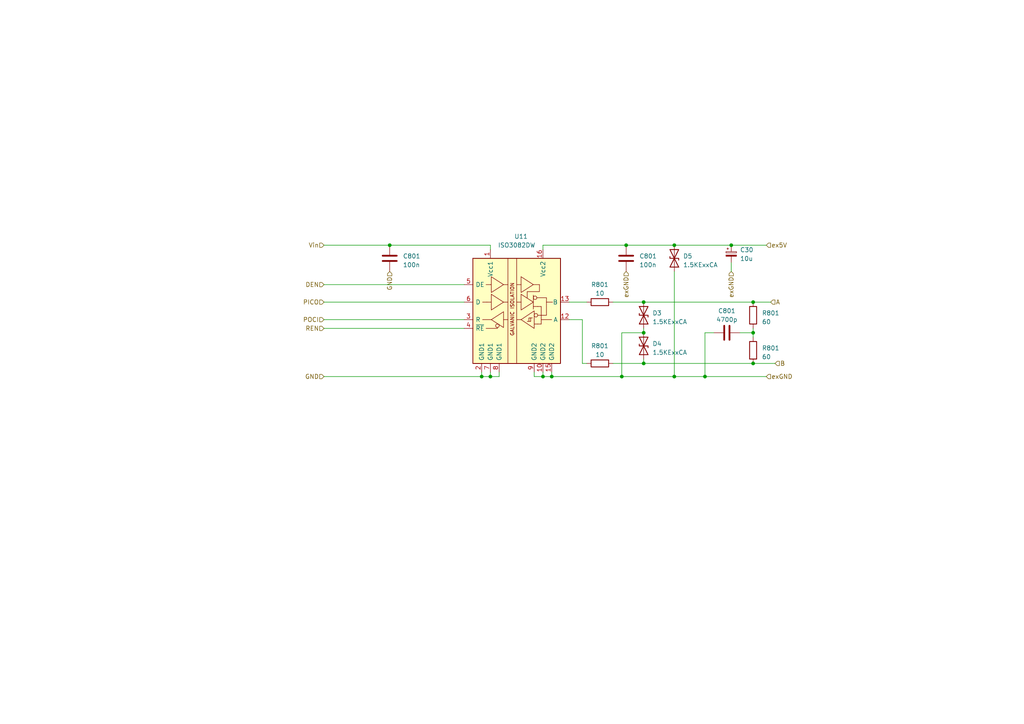
<source format=kicad_sch>
(kicad_sch (version 20230121) (generator eeschema)
  (paper "A4")
  (lib_symbols
    (symbol "Device:C" (pin_numbers hide) (pin_names (offset 0.254))
      (property "Reference" "C" (at 0.635 2.54 0))
      (property "Value" "C" (at 0.635 -2.54 0))
      (symbol "C_0_1"
        (polyline (pts (xy -2.032 -0.762) (xy 2.032 -0.762)) (stroke (width 0.508)))
        (polyline (pts (xy -2.032 0.762) (xy 2.032 0.762)) (stroke (width 0.508)))
      )
      (symbol "C_1_1"
        (pin passive line (at 0 3.81 270) (length 2.794) (name "~") (number "1"))
        (pin passive line (at 0 -3.81 90) (length 2.794) (name "~") (number "2"))
      )
    )
    (symbol "Device:C_Polarized_Small" (pin_numbers hide) (pin_names (offset 0.254) hide)
      (property "Reference" "C" (at 0.254 1.778 0))
      (property "Value" "C_Polarized_Small" (at 0.254 -2.032 0))
      (symbol "C_Polarized_Small_0_1"
        (rectangle (start -1.524 -0.3048) (end 1.524 -0.6858) (fill (type outline)))
        (rectangle (start -1.524 0.6858) (end 1.524 0.3048))
        (polyline (pts (xy -1.27 1.524) (xy -0.762 1.524)))
        (polyline (pts (xy -1.016 1.27) (xy -1.016 1.778)))
      )
      (symbol "C_Polarized_Small_1_1"
        (pin passive line (at 0 2.54 270) (length 1.8542) (name "~") (number "1"))
        (pin passive line (at 0 -2.54 90) (length 1.8542) (name "~") (number "2"))
      )
    )
    (symbol "Device:R" (pin_numbers hide) (pin_names (offset 0))
      (property "Reference" "R" (at 2.032 0 90))
      (property "Value" "R" (at 0 0 90))
      (symbol "R_0_1"
        (rectangle (start -1.016 -2.54) (end 1.016 2.54) (stroke (width 0.254)))
      )
      (symbol "R_1_1"
        (pin passive line (at 0 3.81 270) (length 1.27) (name "~") (number "1"))
        (pin passive line (at 0 -3.81 90) (length 1.27) (name "~") (number "2"))
      )
    )
    (symbol "Diode:1.5KExxCA" (pin_numbers hide) (pin_names (offset 1.016) hide)
      (property "Reference" "D" (at 0 2.54 0))
      (property "Value" "1.5KExxCA" (at 0 -2.54 0))
      (symbol "1.5KExxCA_0_1"
        (polyline (pts (xy 1.27 0) (xy -1.27 0)))
        (polyline (pts (xy -2.54 -1.27) (xy 0 0) (xy -2.54 1.27) (xy -2.54 -1.27)) (stroke (width 0.254)))
        (polyline (pts (xy 0.508 1.27) (xy 0 1.27) (xy 0 -1.27) (xy -0.508 -1.27)) (stroke (width 0.254)))
        (polyline (pts (xy 2.54 1.27) (xy 2.54 -1.27) (xy 0 0) (xy 2.54 1.27)) (stroke (width 0.254)))
      )
      (symbol "1.5KExxCA_1_1"
        (pin passive line (at -3.81 0 0) (length 2.54) (name "A1") (number "1"))
        (pin passive line (at 3.81 0 180) (length 2.54) (name "A2") (number "2"))
      )
    )
    (symbol "Interface_UART:ISO3082DW" (pin_names (offset 0.762))
      (property "Reference" "U" (at 0 19.05 0))
      (property "Value" "ISO3082DW" (at 0 16.51 0))
      (symbol "ISO3082DW_0_0"
        (rectangle (start -12.7 15.24) (end 12.7 -15.24) (stroke (width 0.254)) (fill (type background)))
        (polyline (pts (xy -8.636 2.54) (xy -9.906 2.54)))
        (polyline (pts (xy -7.62 7.62) (xy -8.89 7.62)))
        (polyline (pts (xy -7.366 7.62) (xy -7.62 7.62)))
        (polyline (pts (xy -2.54 15.24) (xy -2.54 -15.24)))
        (polyline (pts (xy 0 15.24) (xy 0 -15.24)))
        (polyline (pts (xy -7.366 4.826) (xy -7.366 0.254) (xy -3.81 2.54) (xy -7.366 4.826)))
        (polyline (pts (xy -7.366 9.906) (xy -7.366 5.334) (xy -3.81 7.62) (xy -7.366 9.906)))
        (polyline (pts (xy -3.81 -0.254) (xy -3.81 -4.826) (xy -7.366 -2.54) (xy -3.81 -0.254)))
        (polyline (pts (xy 1.27 9.906) (xy 1.27 5.334) (xy 4.826 7.62) (xy 1.27 9.906)))
        (text "GALVANIC ISOLATION" (at -1.27 0.508 900) (effects (font (size 1.016 1.016))))
      )
      (symbol "ISO3082DW_0_1"
        (circle (center -5.588 -4.318) (radius 0.508))
        (polyline (pts (xy -7.366 -2.54) (xy -9.906 -2.54)))
        (polyline (pts (xy -7.366 2.54) (xy -8.636 2.54)))
        (polyline (pts (xy -3.81 -2.54) (xy -2.54 -2.54)))
        (polyline (pts (xy -3.81 2.54) (xy -2.54 2.54)))
        (polyline (pts (xy -3.81 7.62) (xy -2.54 7.62)))
        (polyline (pts (xy 0 -2.54) (xy 1.27 -2.54)))
        (polyline (pts (xy 0 2.54) (xy 1.27 2.54)))
        (polyline (pts (xy 0 7.62) (xy 1.27 7.62)))
        (polyline (pts (xy 3.556 -2.286) (xy 3.556 -3.048)))
        (polyline (pts (xy 4.064 -3.048) (xy 3.048 -3.048)))
        (polyline (pts (xy 4.064 -2.286) (xy 4.064 -3.048)))
        (polyline (pts (xy 4.064 -2.286) (xy 4.064 -2.032)))
        (polyline (pts (xy 4.826 1.27) (xy 6.096 1.27)))
        (polyline (pts (xy 4.826 4.572) (xy 4.826 0.508)))
        (polyline (pts (xy 4.826 7.62) (xy 6.604 7.62)))
        (polyline (pts (xy 5.08 -3.81) (xy 6.096 -3.81)))
        (polyline (pts (xy 5.842 3.81) (xy 8.636 3.81)))
        (polyline (pts (xy 6.096 -1.27) (xy 8.636 -1.27)))
        (polyline (pts (xy 6.096 1.27) (xy 7.112 1.27)))
        (polyline (pts (xy 7.112 -3.81) (xy 6.096 -3.81)))
        (polyline (pts (xy 7.112 1.27) (xy 7.112 -3.81)))
        (polyline (pts (xy 8.636 -1.27) (xy 8.636 3.81)))
        (polyline (pts (xy 8.636 2.54) (xy 10.414 2.54)))
        (polyline (pts (xy -8.89 -5.08) (xy -5.588 -5.08) (xy -5.588 -4.826)))
        (polyline (pts (xy 3.556 -2.286) (xy 3.556 -2.032) (xy 4.572 -2.032)))
        (polyline (pts (xy 10.16 -2.54) (xy 8.89 -2.54) (xy 7.112 -2.54)))
        (polyline (pts (xy 1.27 -2.54) (xy 5.08 0) (xy 5.08 -5.08) (xy 1.27 -2.54)))
        (polyline (pts (xy 6.604 7.62) (xy 6.604 5.588) (xy 3.048 5.588) (xy 3.048 3.81)))
        (circle (center 5.334 3.81) (radius 0.508))
        (circle (center 5.588 -1.27) (radius 0.508))
      )
      (symbol "ISO3082DW_1_0"
        (polyline (pts (xy 1.27 4.826) (xy 1.27 0.254) (xy 4.826 2.54) (xy 1.27 4.826)))
      )
      (symbol "ISO3082DW_1_1"
        (pin power_in line (at -7.62 17.78 270) (length 2.54) (name "Vcc1") (number "1"))
        (pin power_in line (at 7.62 -17.78 90) (length 2.54) (name "GND2") (number "10"))
        (pin no_connect line (at 12.7 10.16 180) (length 2.54) hide (name "NC") (number "11"))
        (pin bidirectional line (at 15.24 -2.54 180) (length 2.54) (name "A") (number "12"))
        (pin bidirectional line (at 15.24 2.54 180) (length 2.54) (name "B") (number "13"))
        (pin no_connect line (at 12.7 7.62 180) (length 2.54) hide (name "NC") (number "14"))
        (pin power_in line (at 10.16 -17.78 90) (length 2.54) (name "GND2") (number "15"))
        (pin power_in line (at 7.62 17.78 270) (length 2.54) (name "Vcc2") (number "16"))
        (pin power_in line (at -10.16 -17.78 90) (length 2.54) (name "GND1") (number "2"))
        (pin output line (at -15.24 -2.54 0) (length 2.54) (name "R") (number "3"))
        (pin input line (at -15.24 -5.08 0) (length 2.54) (name "~{RE}") (number "4"))
        (pin input line (at -15.24 7.62 0) (length 2.54) (name "DE") (number "5"))
        (pin input line (at -15.24 2.54 0) (length 2.54) (name "D") (number "6"))
        (pin power_in line (at -7.62 -17.78 90) (length 2.54) (name "GND1") (number "7"))
        (pin power_in line (at -5.08 -17.78 90) (length 2.54) (name "GND1") (number "8"))
        (pin power_in line (at 5.08 -17.78 90) (length 2.54) (name "GND2") (number "9"))
      )
    )
  )
  (junction (at 181.61 71.12))
  (junction (at 157.48 109.22))
  (junction (at 218.44 105.41))
  (junction (at 142.24 109.22))
  (junction (at 212.09 71.12))
  (junction (at 160.02 109.22))
  (junction (at 113.03 71.12))
  (junction (at 195.58 71.12))
  (junction (at 218.44 96.52))
  (junction (at 218.44 87.63))
  (junction (at 195.58 109.22))
  (junction (at 204.47 109.22))
  (junction (at 180.34 109.22))
  (junction (at 186.69 87.63))
  (junction (at 186.69 96.52))
  (junction (at 186.69 105.41))
  (junction (at 139.7 109.22))
  (wire (pts (xy 93.98 92.71) (xy 134.62 92.71)))
  (wire (pts (xy 186.69 104.14) (xy 186.69 105.41)))
  (wire (pts (xy 93.98 87.63) (xy 134.62 87.63)))
  (wire (pts (xy 212.09 71.12) (xy 222.25 71.12)))
  (wire (pts (xy 157.48 71.12) (xy 181.61 71.12)))
  (wire (pts (xy 204.47 109.22) (xy 222.25 109.22)))
  (wire (pts (xy 168.91 105.41) (xy 170.18 105.41)))
  (wire (pts (xy 180.34 109.22) (xy 195.58 109.22)))
  (wire (pts (xy 93.98 95.25) (xy 134.62 95.25)))
  (wire (pts (xy 195.58 71.12) (xy 212.09 71.12)))
  (wire (pts (xy 204.47 96.52) (xy 204.47 109.22)))
  (wire (pts (xy 139.7 109.22) (xy 139.7 107.95)))
  (wire (pts (xy 223.52 87.63) (xy 218.44 87.63)))
  (wire (pts (xy 168.91 105.41) (xy 168.91 92.71)))
  (wire (pts (xy 186.69 105.41) (xy 218.44 105.41)))
  (wire (pts (xy 218.44 96.52) (xy 218.44 97.79)))
  (wire (pts (xy 154.94 109.22) (xy 157.48 109.22)))
  (wire (pts (xy 181.61 71.12) (xy 195.58 71.12)))
  (wire (pts (xy 218.44 105.41) (xy 224.79 105.41)))
  (wire (pts (xy 157.48 107.95) (xy 157.48 109.22)))
  (wire (pts (xy 93.98 82.55) (xy 134.62 82.55)))
  (wire (pts (xy 177.8 105.41) (xy 186.69 105.41)))
  (wire (pts (xy 160.02 109.22) (xy 180.34 109.22)))
  (wire (pts (xy 168.91 92.71) (xy 165.1 92.71)))
  (wire (pts (xy 144.78 107.95) (xy 144.78 109.22)))
  (wire (pts (xy 218.44 87.63) (xy 186.69 87.63)))
  (wire (pts (xy 186.69 87.63) (xy 177.8 87.63)))
  (wire (pts (xy 207.01 96.52) (xy 204.47 96.52)))
  (wire (pts (xy 157.48 109.22) (xy 160.02 109.22)))
  (wire (pts (xy 195.58 109.22) (xy 204.47 109.22)))
  (wire (pts (xy 214.63 96.52) (xy 218.44 96.52)))
  (wire (pts (xy 142.24 109.22) (xy 144.78 109.22)))
  (wire (pts (xy 218.44 95.25) (xy 218.44 96.52)))
  (wire (pts (xy 212.09 76.2) (xy 212.09 78.74)))
  (wire (pts (xy 180.34 96.52) (xy 186.69 96.52)))
  (wire (pts (xy 113.03 71.12) (xy 142.24 71.12)))
  (wire (pts (xy 170.18 87.63) (xy 165.1 87.63)))
  (wire (pts (xy 186.69 95.25) (xy 186.69 96.52)))
  (wire (pts (xy 154.94 107.95) (xy 154.94 109.22)))
  (wire (pts (xy 93.98 109.22) (xy 139.7 109.22)))
  (wire (pts (xy 180.34 109.22) (xy 180.34 96.52)))
  (wire (pts (xy 195.58 78.74) (xy 195.58 109.22)))
  (wire (pts (xy 160.02 109.22) (xy 160.02 107.95)))
  (wire (pts (xy 157.48 71.12) (xy 157.48 72.39)))
  (wire (pts (xy 142.24 72.39) (xy 142.24 71.12)))
  (wire (pts (xy 139.7 109.22) (xy 142.24 109.22)))
  (wire (pts (xy 93.98 71.12) (xy 113.03 71.12)))
  (wire (pts (xy 142.24 107.95) (xy 142.24 109.22)))
  (hierarchical_label "exGND" (shape input) (at 181.61 78.74 270))
  (hierarchical_label "PICO" (shape input) (at 93.98 87.63 180))
  (hierarchical_label "DEN" (shape input) (at 93.98 82.55 180))
  (hierarchical_label "POCI" (shape input) (at 93.98 92.71 180))
  (hierarchical_label "REN" (shape input) (at 93.98 95.25 180))
  (hierarchical_label "A" (shape input) (at 223.52 87.63 0))
  (hierarchical_label "exGND" (shape input) (at 222.25 109.22 0))
  (hierarchical_label "GND" (shape input) (at 93.98 109.22 180))
  (hierarchical_label "B" (shape input) (at 224.79 105.41 0))
  (hierarchical_label "exGND" (shape input) (at 212.09 78.74 270))
  (hierarchical_label "GND" (shape input) (at 113.03 78.74 270))
  (hierarchical_label "ex5V" (shape input) (at 222.25 71.12 0))
  (hierarchical_label "Vin" (shape input) (at 93.98 71.12 180))
  (symbol (lib_id "Device:R") (at 218.44 101.6 0) (unit 1)
    (property "Reference" "R801" (at 220.98 100.965 0) (effects (justify left)))
    (property "Value" "60" (at 220.98 103.505 0) (effects (justify left)))
    (property "Footprint" "Resistor_SMD:R_0603_1608Metric_Pad0.98x0.95mm_HandSolder" (effects hide))
    (instances (project "level shifter" (path "" (reference "R801") (unit 1))) (project "main" (path "" (reference "R801") (unit 1)) (path "" (reference "R138") (unit 1))) (project "hw_voltmod" (path "" (reference "R7") (unit 1)) (path "" (reference "R57") (unit 1))))
  )
  (symbol (lib_id "Device:R") (at 218.44 91.44 0) (unit 1)
    (property "Reference" "R801" (at 220.98 90.805 0) (effects (justify left)))
    (property "Value" "60" (at 220.98 93.345 0) (effects (justify left)))
    (property "Footprint" "Resistor_SMD:R_0603_1608Metric_Pad0.98x0.95mm_HandSolder" (effects hide))
    (instances (project "level shifter" (path "" (reference "R801") (unit 1))) (project "main" (path "" (reference "R801") (unit 1)) (path "" (reference "R138") (unit 1))) (project "hw_voltmod" (path "" (reference "R7") (unit 1)) (path "" (reference "R56") (unit 1))))
  )
  (symbol (lib_id "Device:C") (at 210.82 96.52 270) (unit 1)
    (property "Reference" "C801" (at 210.82 90.17 90))
    (property "Value" "4700p" (at 210.82 92.71 90))
    (property "Footprint" "Capacitor_SMD:C_0603_1608Metric_Pad1.08x0.95mm_HandSolder" (effects hide))
    (instances (project "level shifter" (path "" (reference "C801") (unit 1))) (project "main" (path "" (reference "C801") (unit 1)) (path "" (reference "C105") (unit 1))) (project "hw_voltmod" (path "" (reference "C8") (unit 1)) (path "" (reference "C28") (unit 1))))
  )
  (symbol (lib_id "Device:C") (at 181.61 74.93 180) (unit 1)
    (property "Reference" "C801" (at 185.42 74.295 0) (effects (justify right)))
    (property "Value" "100n" (at 185.42 76.835 0) (effects (justify right)))
    (property "Footprint" "Capacitor_SMD:C_0603_1608Metric_Pad1.08x0.95mm_HandSolder" (effects hide))
    (instances (project "level shifter" (path "" (reference "C801") (unit 1))) (project "main" (path "" (reference "C801") (unit 1)) (path "" (reference "C105") (unit 1))) (project "hw_voltmod" (path "" (reference "C8") (unit 1)) (path "" (reference "C27") (unit 1))))
  )
  (symbol (lib_id "Device:C") (at 113.03 74.93 180) (unit 1)
    (property "Reference" "C801" (at 116.84 74.295 0) (effects (justify right)))
    (property "Value" "100n" (at 116.84 76.835 0) (effects (justify right)))
    (property "Footprint" "Capacitor_SMD:C_0603_1608Metric_Pad1.08x0.95mm_HandSolder" (effects hide))
    (instances (project "level shifter" (path "" (reference "C801") (unit 1))) (project "main" (path "" (reference "C801") (unit 1)) (path "" (reference "C105") (unit 1))) (project "hw_voltmod" (path "" (reference "C8") (unit 1)) (path "" (reference "C26") (unit 1))))
  )
  (symbol (lib_id "Diode:1.5KExxCA") (at 186.69 100.33 90) (unit 1)
    (property "Reference" "D4" (at 189.23 99.695 90) (effects (justify right)))
    (property "Value" "1.5KExxCA" (at 189.23 102.235 90) (effects (justify right)))
    (property "Footprint" "Diode_THT:D_DO-201AE_P15.24mm_Horizontal" (effects hide))
    (property "Datasheet" "https://www.vishay.com/docs/88301/15ke.pdf" (effects hide))
  )
  (symbol (lib_id "Device:R") (at 173.99 87.63 90) (unit 1)
    (property "Reference" "R801" (at 173.99 82.55 90))
    (property "Value" "10" (at 173.99 85.09 90))
    (property "Footprint" "Resistor_SMD:R_0603_1608Metric_Pad0.98x0.95mm_HandSolder" (effects hide))
    (instances (project "level shifter" (path "" (reference "R801") (unit 1))) (project "main" (path "" (reference "R801") (unit 1)) (path "" (reference "R138") (unit 1))) (project "hw_voltmod" (path "" (reference "R7") (unit 1)) (path "" (reference "R59") (unit 1))))
  )
  (symbol (lib_id "Diode:1.5KExxCA") (at 186.69 91.44 90) (unit 1)
    (property "Reference" "D3" (at 189.23 90.805 90) (effects (justify right)))
    (property "Value" "1.5KExxCA" (at 189.23 93.345 90) (effects (justify right)))
    (property "Footprint" "Diode_THT:D_DO-201AE_P15.24mm_Horizontal" (effects hide))
    (property "Datasheet" "https://www.vishay.com/docs/88301/15ke.pdf" (effects hide))
  )
  (symbol (lib_id "Device:R") (at 173.99 105.41 90) (unit 1)
    (property "Reference" "R801" (at 173.99 100.33 90))
    (property "Value" "10" (at 173.99 102.87 90))
    (property "Footprint" "Resistor_SMD:R_0603_1608Metric_Pad0.98x0.95mm_HandSolder" (effects hide))
    (instances (project "level shifter" (path "" (reference "R801") (unit 1))) (project "main" (path "" (reference "R801") (unit 1)) (path "" (reference "R138") (unit 1))) (project "hw_voltmod" (path "" (reference "R7") (unit 1)) (path "" (reference "R58") (unit 1))))
  )
  (symbol (lib_id "Interface_UART:ISO3082DW") (at 149.86 90.17 0) (unit 1)
    (property "Reference" "U11" (at 151.13 68.58 0))
    (property "Value" "ISO3082DW" (at 149.86 71.12 0))
    (property "Footprint" "Package_SO:SOIC-16W_7.5x10.3mm_P1.27mm" (effects hide))
    (property "Datasheet" "http://www.ti.com/lit/ds/symlink/iso3082.pdf" (effects hide))
  )
  (symbol (lib_id "Diode:1.5KExxCA") (at 195.58 74.93 90) (unit 1)
    (property "Reference" "D5" (at 198.12 74.295 90) (effects (justify right)))
    (property "Value" "1.5KExxCA" (at 198.12 76.835 90) (effects (justify right)))
    (property "Footprint" "Diode_THT:D_DO-201AE_P15.24mm_Horizontal" (effects hide))
    (property "Datasheet" "https://www.vishay.com/docs/88301/15ke.pdf" (effects hide))
  )
  (symbol (lib_id "Device:C_Polarized_Small") (at 212.09 73.66 0) (unit 1)
    (property "Reference" "C30" (at 214.63 72.4789 0) (effects (justify left)))
    (property "Value" "10u" (at 214.63 75.0189 0) (effects (justify left)))
  )
)
</source>
